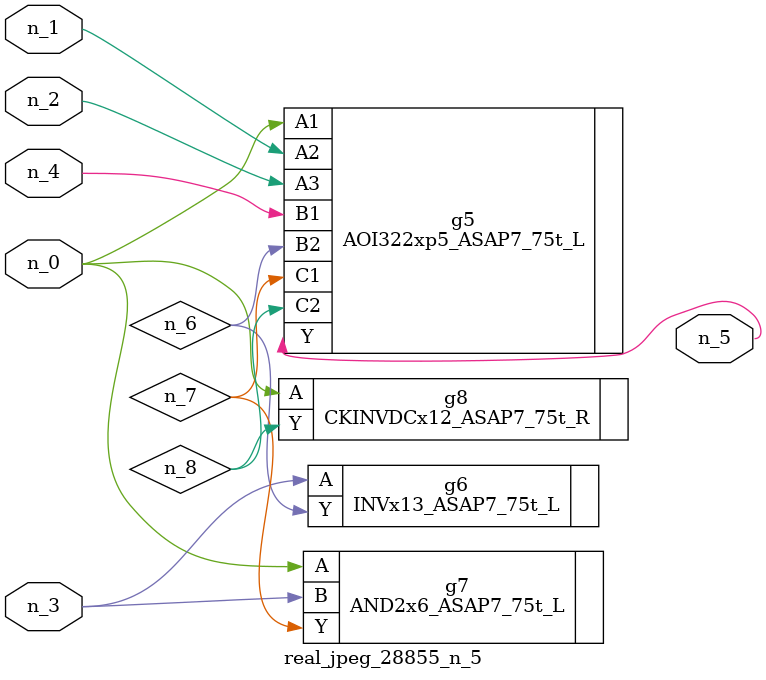
<source format=v>
module real_jpeg_28855_n_5 (n_4, n_0, n_1, n_2, n_3, n_5);

input n_4;
input n_0;
input n_1;
input n_2;
input n_3;

output n_5;

wire n_8;
wire n_6;
wire n_7;

AOI322xp5_ASAP7_75t_L g5 ( 
.A1(n_0),
.A2(n_1),
.A3(n_2),
.B1(n_4),
.B2(n_6),
.C1(n_7),
.C2(n_8),
.Y(n_5)
);

AND2x6_ASAP7_75t_L g7 ( 
.A(n_0),
.B(n_3),
.Y(n_7)
);

CKINVDCx12_ASAP7_75t_R g8 ( 
.A(n_0),
.Y(n_8)
);

INVx13_ASAP7_75t_L g6 ( 
.A(n_3),
.Y(n_6)
);


endmodule
</source>
